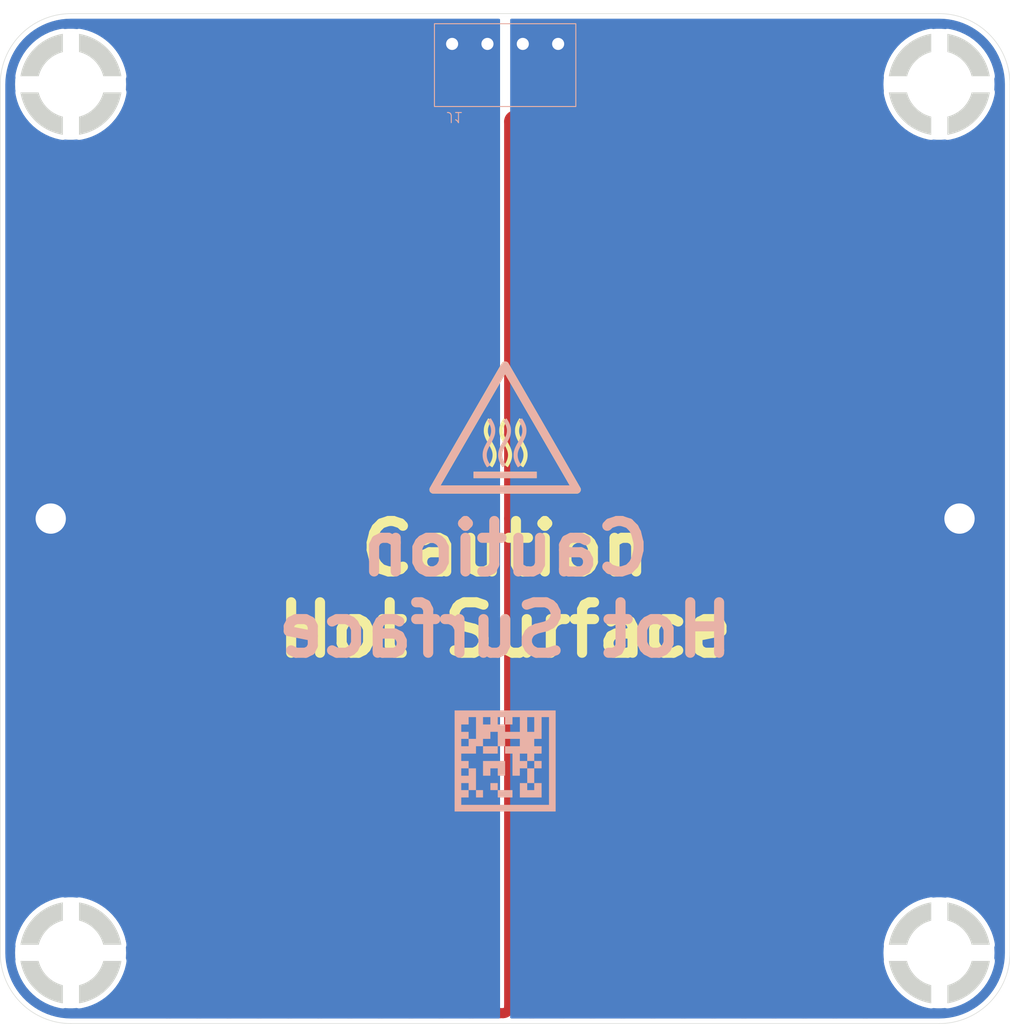
<source format=kicad_pcb>
(kicad_pcb (version 20240108) (generator "pcbnew") (generator_version "8.0")
  (title_block (title "Reflow Soldering Hot Plate") (date "2024-07-11") (rev "v1.0.0"))
  (layers (0 "F.Cu" signal) (31 "B.Cu" signal) (34 "B.Paste" user) (35 "F.Paste" user) (36 "B.SilkS" user "B.Silkscreen") (37 "F.SilkS" user "F.Silkscreen") (38 "B.Mask" user) (39 "F.Mask" user) (44 "Edge.Cuts" user))
  (net 0 "")
  (net 1 "Net-(J1-Pin_1)")
  (footprint "Custom_Symbol:Symbol_HotSurface_Triangle_15x13.1mm_SilkScreen_1" (layer "F.Cu") (at 145 77)
    (property "Reference" "REF**" (hide yes))
    (property "Value" "Symbol_HotSurface_Triangle_6.9x6mm_SilkScreen" (hide yes))
  )
  (footprint "Custom_MountingHole:MountingHole_M3_ThermallyIsolated" (layer "F.Cu") (at 188 42)
    (property "Reference" "H2" (hide yes))
    (property "Value" "MountingHole" (hide yes))
    (fp_poly (pts (arc (start -4.999999 0.8) (mid -3.580502 3.580502) (end -0.8 4.999999)) (arc (start -0.8 3.2) (mid -2.332381 2.332381) (end -3.2 0.8))) (fill solid) (layer "Edge.Cuts"))
    (fp_poly (pts (arc (start -3.187106 -0.8) (mid -2.322433 -2.324642) (end -0.8 -3.187107)) (arc (start -0.8 -4.999997) (mid -3.580239 -3.580766) (end -4.999997 -0.8))) (fill solid) (layer "Edge.Cuts"))
    (fp_poly (pts (arc (start 0.8 4.999999) (mid 3.580502 3.580502) (end 4.999999 0.8)) (arc (start 3.2 0.8) (mid 2.332381 2.332381) (end 0.8 3.2))) (fill solid) (layer "Edge.Cuts"))
    (fp_poly (pts (arc (start 3.2 -0.8) (mid 2.332381 -2.332381) (end 0.8 -3.2)) (arc (start 0.8 -4.994698) (mid 3.577097 -3.576505) (end 4.99483 -0.799173))) (fill solid) (layer "Edge.Cuts"))
    (pad "" np_thru_hole circle (at 0 0) (size 3.2 3.2) (drill 3.2) (layers "F&B.Cu" "*.Mask"))
    (zone (net 0) (net_name "") (layers "F&B.Cu") (connect_pads (clearance 0)) (min_thickness 0.25)
      (keepout (tracks not_allowed) (vias not_allowed) (pads not_allowed) (copperpour not_allowed) (footprints not_allowed))
      (fill (thermal_gap 0.5) (thermal_bridge_width 0.5))
      (polygon (pts (xy 193.466573 41.995044) (xy 193.446759 41.528611) (xy 193.387461 41.065539) (xy 193.289104 40.609165) (xy 193.152399 40.162775) (xy 192.97833 39.729587) (xy 192.768151 39.312722) (xy 192.523376 38.915183) (xy 192.24577 38.539834) (xy 191.937332 38.18938) (xy 191.600284 37.866346) (xy 191.237055 37.57306) (xy 190.850263 37.311634) (xy 190.442694 37.083952) (xy 190.017284 36.891654) (xy 189.577098 36.736127) (xy 189.125309 36.61849) (xy 188.665171 36.539592) (xy 188.2 36.5) (xy 187.733146 36.5) (xy 187.267975 36.539592) (xy 186.807837 36.61849) (xy 186.356048 36.736127) (xy 185.915862 36.891654) (xy 185.490452 37.083952) (xy 185.082883 37.311634) (xy 184.696091 37.57306) (xy 184.332862 37.866346) (xy 183.995814 38.18938) (xy 183.687376 38.539834) (xy 183.40977 38.915183) (xy 183.164995 39.312722) (xy 182.954816 39.729587) (xy 182.780747 40.162775) (xy 182.644042 40.609165) (xy 182.545685 41.065539) (xy 182.486387 41.528611) (xy 182.466573 41.995044) (xy 182.486387 42.461477) (xy 182.545685 42.924549) (xy 182.644042 43.380923) (xy 182.780747 43.827313) (xy 182.954816 44.260501) (xy 183.164995 44.677366) (xy 183.40977 45.074905) (xy 183.687376 45.450254) (xy 183.995814 45.800708) (xy 184.332862 46.123742) (xy 184.696091 46.417028) (xy 185.082883 46.678454) (xy 185.490452 46.906136) (xy 185.915862 47.098434) (xy 186.356048 47.253961) (xy 186.807837 47.371598) (xy 187.267975 47.450496) (xy 187.733146 47.490088) (xy 188.2 47.490088) (xy 188.665171 47.450496) (xy 189.125309 47.371598) (xy 189.577098 47.253961) (xy 190.017284 47.098434) (xy 190.442694 46.906136) (xy 190.850263 46.678454) (xy 191.237055 46.417028) (xy 191.600284 46.123742) (xy 191.937332 45.800708) (xy 192.24577 45.450254) (xy 192.523376 45.074905) (xy 192.768151 44.677366) (xy 192.97833 44.260501) (xy 193.152399 43.827313) (xy 193.289104 43.380923) (xy 193.387461 42.924549) (xy 193.446759 42.461477)))
    )
  )
  (footprint "Custom_MountingHole:MountingHole_M3_ThermallyIsolated" (layer "F.Cu") (at 102 128)
    (property "Reference" "H4" (hide yes))
    (property "Value" "MountingHole" (hide yes))
    (fp_poly (pts (arc (start -4.999999 0.8) (mid -3.580502 3.580502) (end -0.8 4.999999)) (arc (start -0.8 3.2) (mid -2.332381 2.332381) (end -3.2 0.8))) (fill solid) (layer "Edge.Cuts"))
    (fp_poly (pts (arc (start -3.187106 -0.8) (mid -2.322433 -2.324642) (end -0.8 -3.187107)) (arc (start -0.8 -4.999997) (mid -3.580239 -3.580766) (end -4.999997 -0.8))) (fill solid) (layer "Edge.Cuts"))
    (fp_poly (pts (arc (start 0.8 4.999999) (mid 3.580502 3.580502) (end 4.999999 0.8)) (arc (start 3.2 0.8) (mid 2.332381 2.332381) (end 0.8 3.2))) (fill solid) (layer "Edge.Cuts"))
    (fp_poly (pts (arc (start 3.2 -0.8) (mid 2.332381 -2.332381) (end 0.8 -3.2)) (arc (start 0.8 -4.994698) (mid 3.577097 -3.576505) (end 4.99483 -0.799173))) (fill solid) (layer "Edge.Cuts"))
    (pad "" np_thru_hole circle (at 0 0) (size 3.2 3.2) (drill 3.2) (layers "F&B.Cu" "*.Mask"))
    (zone (net 0) (net_name "") (layers "F&B.Cu") (connect_pads (clearance 0)) (min_thickness 0.25)
      (keepout (tracks not_allowed) (vias not_allowed) (pads not_allowed) (copperpour not_allowed) (footprints not_allowed))
      (fill (thermal_gap 0.5) (thermal_bridge_width 0.5))
      (polygon (pts (xy 107.466573 127.995044) (xy 107.446759 127.528611) (xy 107.387461 127.065539) (xy 107.289104 126.609165) (xy 107.152399 126.162775) (xy 106.97833 125.729587) (xy 106.768151 125.312722) (xy 106.523376 124.915183) (xy 106.24577 124.539834) (xy 105.937332 124.18938) (xy 105.600284 123.866346) (xy 105.237055 123.57306) (xy 104.850263 123.311634) (xy 104.442694 123.083952) (xy 104.017284 122.891654) (xy 103.577098 122.736127) (xy 103.125309 122.61849) (xy 102.665171 122.539592) (xy 102.2 122.5) (xy 101.733146 122.5) (xy 101.267975 122.539592) (xy 100.807837 122.61849) (xy 100.356048 122.736127) (xy 99.915862 122.891654) (xy 99.490452 123.083952) (xy 99.082883 123.311634) (xy 98.696091 123.57306) (xy 98.332862 123.866346) (xy 97.995814 124.18938) (xy 97.687376 124.539834) (xy 97.40977 124.915183) (xy 97.164995 125.312722) (xy 96.954816 125.729587) (xy 96.780747 126.162775) (xy 96.644042 126.609165) (xy 96.545685 127.065539) (xy 96.486387 127.528611) (xy 96.466573 127.995044) (xy 96.486387 128.461477) (xy 96.545685 128.924549) (xy 96.644042 129.380923) (xy 96.780747 129.827313) (xy 96.954816 130.260501) (xy 97.164995 130.677366) (xy 97.40977 131.074905) (xy 97.687376 131.450254) (xy 97.995814 131.800708) (xy 98.332862 132.123742) (xy 98.696091 132.417028) (xy 99.082883 132.678454) (xy 99.490452 132.906136) (xy 99.915862 133.098434) (xy 100.356048 133.253961) (xy 100.807837 133.371598) (xy 101.267975 133.450496) (xy 101.733146 133.490088) (xy 102.2 133.490088) (xy 102.665171 133.450496) (xy 103.125309 133.371598) (xy 103.577098 133.253961) (xy 104.017284 133.098434) (xy 104.442694 132.906136) (xy 104.850263 132.678454) (xy 105.237055 132.417028) (xy 105.600284 132.123742) (xy 105.937332 131.800708) (xy 106.24577 131.450254) (xy 106.523376 131.074905) (xy 106.768151 130.677366) (xy 106.97833 130.260501) (xy 107.152399 129.827313) (xy 107.289104 129.380923) (xy 107.387461 128.924549) (xy 107.446759 128.461477)))
    )
  )
  (footprint "Custom_MountingHole:MountingHole_M3_ThermallyIsolated" (layer "F.Cu") (at 102 42)
    (property "Reference" "H1" (hide yes))
    (property "Value" "MountingHole" (hide yes))
    (fp_poly (pts (arc (start -4.999999 0.8) (mid -3.580502 3.580502) (end -0.8 4.999999)) (arc (start -0.8 3.2) (mid -2.332381 2.332381) (end -3.2 0.8))) (fill solid) (layer "Edge.Cuts"))
    (fp_poly (pts (arc (start -3.187106 -0.8) (mid -2.322433 -2.324642) (end -0.8 -3.187107)) (arc (start -0.8 -4.999997) (mid -3.580239 -3.580766) (end -4.999997 -0.8))) (fill solid) (layer "Edge.Cuts"))
    (fp_poly (pts (arc (start 0.8 4.999999) (mid 3.580502 3.580502) (end 4.999999 0.8)) (arc (start 3.2 0.8) (mid 2.332381 2.332381) (end 0.8 3.2))) (fill solid) (layer "Edge.Cuts"))
    (fp_poly (pts (arc (start 3.2 -0.8) (mid 2.332381 -2.332381) (end 0.8 -3.2)) (arc (start 0.8 -4.994698) (mid 3.577097 -3.576505) (end 4.99483 -0.799173))) (fill solid) (layer "Edge.Cuts"))
    (pad "" np_thru_hole circle (at 0 0) (size 3.2 3.2) (drill 3.2) (layers "F&B.Cu" "*.Mask"))
    (zone (net 0) (net_name "") (layers "F&B.Cu") (connect_pads (clearance 0)) (min_thickness 0.25)
      (keepout (tracks not_allowed) (vias not_allowed) (pads not_allowed) (copperpour not_allowed) (footprints not_allowed))
      (fill (thermal_gap 0.5) (thermal_bridge_width 0.5))
      (polygon (pts (xy 107.466573 41.995044) (xy 107.446759 41.528611) (xy 107.387461 41.065539) (xy 107.289104 40.609165) (xy 107.152399 40.162775) (xy 106.97833 39.729587) (xy 106.768151 39.312722) (xy 106.523376 38.915183) (xy 106.24577 38.539834) (xy 105.937332 38.18938) (xy 105.600284 37.866346) (xy 105.237055 37.57306) (xy 104.850263 37.311634) (xy 104.442694 37.083952) (xy 104.017284 36.891654) (xy 103.577098 36.736127) (xy 103.125309 36.61849) (xy 102.665171 36.539592) (xy 102.2 36.5) (xy 101.733146 36.5) (xy 101.267975 36.539592) (xy 100.807837 36.61849) (xy 100.356048 36.736127) (xy 99.915862 36.891654) (xy 99.490452 37.083952) (xy 99.082883 37.311634) (xy 98.696091 37.57306) (xy 98.332862 37.866346) (xy 97.995814 38.18938) (xy 97.687376 38.539834) (xy 97.40977 38.915183) (xy 97.164995 39.312722) (xy 96.954816 39.729587) (xy 96.780747 40.162775) (xy 96.644042 40.609165) (xy 96.545685 41.065539) (xy 96.486387 41.528611) (xy 96.466573 41.995044) (xy 96.486387 42.461477) (xy 96.545685 42.924549) (xy 96.644042 43.380923) (xy 96.780747 43.827313) (xy 96.954816 44.260501) (xy 97.164995 44.677366) (xy 97.40977 45.074905) (xy 97.687376 45.450254) (xy 97.995814 45.800708) (xy 98.332862 46.123742) (xy 98.696091 46.417028) (xy 99.082883 46.678454) (xy 99.490452 46.906136) (xy 99.915862 47.098434) (xy 100.356048 47.253961) (xy 100.807837 47.371598) (xy 101.267975 47.450496) (xy 101.733146 47.490088) (xy 102.2 47.490088) (xy 102.665171 47.450496) (xy 103.125309 47.371598) (xy 103.577098 47.253961) (xy 104.017284 47.098434) (xy 104.442694 46.906136) (xy 104.850263 46.678454) (xy 105.237055 46.417028) (xy 105.600284 46.123742) (xy 105.937332 45.800708) (xy 106.24577 45.450254) (xy 106.523376 45.074905) (xy 106.768151 44.677366) (xy 106.97833 44.260501) (xy 107.152399 43.827313) (xy 107.289104 43.380923) (xy 107.387461 42.924549) (xy 107.446759 42.461477)))
    )
  )
  (footprint "Custom_MountingHole:MountingHole_M3_ThermallyIsolated" (layer "F.Cu") (at 188 128)
    (property "Reference" "H3" (hide yes))
    (property "Value" "MountingHole" (hide yes))
    (fp_poly (pts (arc (start -4.999999 0.8) (mid -3.580502 3.580502) (end -0.8 4.999999)) (arc (start -0.8 3.2) (mid -2.332381 2.332381) (end -3.2 0.8))) (fill solid) (layer "Edge.Cuts"))
    (fp_poly (pts (arc (start -3.187106 -0.8) (mid -2.322433 -2.324642) (end -0.8 -3.187107)) (arc (start -0.8 -4.999997) (mid -3.580239 -3.580766) (end -4.999997 -0.8))) (fill solid) (layer "Edge.Cuts"))
    (fp_poly (pts (arc (start 0.8 4.999999) (mid 3.580502 3.580502) (end 4.999999 0.8)) (arc (start 3.2 0.8) (mid 2.332381 2.332381) (end 0.8 3.2))) (fill solid) (layer "Edge.Cuts"))
    (fp_poly (pts (arc (start 3.2 -0.8) (mid 2.332381 -2.332381) (end 0.8 -3.2)) (arc (start 0.8 -4.994698) (mid 3.577097 -3.576505) (end 4.99483 -0.799173))) (fill solid) (layer "Edge.Cuts"))
    (pad "" np_thru_hole circle (at 0 0) (size 3.2 3.2) (drill 3.2) (layers "F&B.Cu" "*.Mask"))
    (zone (net 0) (net_name "") (layers "F&B.Cu") (connect_pads (clearance 0)) (min_thickness 0.25)
      (keepout (tracks not_allowed) (vias not_allowed) (pads not_allowed) (copperpour not_allowed) (footprints not_allowed))
      (fill (thermal_gap 0.5) (thermal_bridge_width 0.5))
      (polygon (pts (xy 193.466573 127.995044) (xy 193.446759 127.528611) (xy 193.387461 127.065539) (xy 193.289104 126.609165) (xy 193.152399 126.162775) (xy 192.97833 125.729587) (xy 192.768151 125.312722) (xy 192.523376 124.915183) (xy 192.24577 124.539834) (xy 191.937332 124.18938) (xy 191.600284 123.866346) (xy 191.237055 123.57306) (xy 190.850263 123.311634) (xy 190.442694 123.083952) (xy 190.017284 122.891654) (xy 189.577098 122.736127) (xy 189.125309 122.61849) (xy 188.665171 122.539592) (xy 188.2 122.5) (xy 187.733146 122.5) (xy 187.267975 122.539592) (xy 186.807837 122.61849) (xy 186.356048 122.736127) (xy 185.915862 122.891654) (xy 185.490452 123.083952) (xy 185.082883 123.311634) (xy 184.696091 123.57306) (xy 184.332862 123.866346) (xy 183.995814 124.18938) (xy 183.687376 124.539834) (xy 183.40977 124.915183) (xy 183.164995 125.312722) (xy 182.954816 125.729587) (xy 182.780747 126.162775) (xy 182.644042 126.609165) (xy 182.545685 127.065539) (xy 182.486387 127.528611) (xy 182.466573 127.995044) (xy 182.486387 128.461477) (xy 182.545685 128.924549) (xy 182.644042 129.380923) (xy 182.780747 129.827313) (xy 182.954816 130.260501) (xy 183.164995 130.677366) (xy 183.40977 131.074905) (xy 183.687376 131.450254) (xy 183.995814 131.800708) (xy 184.332862 132.123742) (xy 184.696091 132.417028) (xy 185.082883 132.678454) (xy 185.490452 132.906136) (xy 185.915862 133.098434) (xy 186.356048 133.253961) (xy 186.807837 133.371598) (xy 187.267975 133.450496) (xy 187.733146 133.490088) (xy 188.2 133.490088) (xy 188.665171 133.450496) (xy 189.125309 133.371598) (xy 189.577098 133.253961) (xy 190.017284 133.098434) (xy 190.442694 132.906136) (xy 190.850263 132.678454) (xy 191.237055 132.417028) (xy 191.600284 132.123742) (xy 191.937332 131.800708) (xy 192.24577 131.450254) (xy 192.523376 131.074905) (xy 192.768151 130.677366) (xy 192.97833 130.260501) (xy 193.152399 129.827313) (xy 193.289104 129.380923) (xy 193.387461 128.924549) (xy 193.446759 128.461477)))
    )
  )
  (footprint "Custom_Symbol:Symbol_HotSurface_Triangle_15x13.1mm_SilkScreen_1" (layer "B.Cu") (at 145 77 180)
    (property "Reference" "REF**" (hide yes))
    (property "Value" "Symbol_HotSurface_Triangle_6.9x6mm_SilkScreen" (hide yes))
  )
  (footprint "Custom_TerminalBlock_OnShore:TerminalBlock_OnShore_ED550_4DS" (layer "B.Cu") (at 145 38)
    (property "Reference" "J1" (at -5 7.25 180) (layer "B.SilkS") (effects (font (thickness 0.1)) (justify mirror)))
    (property "Value" "ED550/4DS")
    (pad "1" thru_hole rect (at -5.25 0) (size 2 2) (drill 1.2) (layers "*.Cu" "*.Mask") (net 1 "Net-(J1-Pin_1)"))
    (pad "2" thru_hole circle (at -1.75 0) (size 2 2) (drill 1.2) (layers "*.Cu" "*.Mask") (net 1 "Net-(J1-Pin_1)"))
    (pad "3" thru_hole circle (at 1.75 0) (size 2 2) (drill 1.2) (layers "*.Cu" "*.Mask") (net 1 "Net-(J1-Pin_1)"))
    (pad "4" thru_hole circle (at 5.25 0) (size 2 2) (drill 1.2) (layers "*.Cu" "*.Mask") (net 1 "Net-(J1-Pin_1)"))
  )
  (footprint "LOGO" (layer "B.Cu") (at 145 109 180)
    (property "Reference" "G***" (hide yes))
    (property "Value" "LOGO" (hide yes))
  )
  (gr_arc (start 102 135) (mid 97.050253 132.949747) (end 95 128) (stroke (width 0.05)) (layer "Edge.Cuts"))
  (gr_arc (start 188 35) (mid 192.949747 37.050253) (end 195 42) (stroke (width 0.05)) (layer "Edge.Cuts"))
  (gr_line (start 102 35) (end 188 35) (stroke (width 0.05)) (layer "Edge.Cuts"))
  (gr_line (start 195 42) (end 195 128) (stroke (width 0.05)) (layer "Edge.Cuts"))
  (gr_line (start 188 135) (end 102 135) (stroke (width 0.05)) (layer "Edge.Cuts"))
  (gr_arc (start 95 42) (mid 97.050253 37.050253) (end 102 35) (stroke (width 0.05)) (layer "Edge.Cuts"))
  (gr_line (start 95 128) (end 95 42) (stroke (width 0.05)) (layer "Edge.Cuts"))
  (gr_arc (start 195 128) (mid 192.949747 132.949747) (end 188 135) (stroke (width 0.05)) (layer "Edge.Cuts"))
  (gr_text "Caution\nHot Surface" (at 145 92 0) (layer "B.SilkS") (effects (font (size 5 5) (thickness 1) (bold yes)) (justify mirror)))
  (gr_text "Caution\nHot Surface" (at 145 92 0) (layer "F.SilkS") (effects (font (size 5 5) (thickness 1) (bold yes))))
  (segment (start 130.4 85) (end 130.4 133.37) (width 1) (layer "F.Cu") (net 1))
  (segment (start 148.4 45.68) (end 148.4 85) (width 1) (layer "F.Cu") (net 1))
  (segment (start 133.4 85) (end 133.4 133.37) (width 1) (layer "F.Cu") (net 1))
  (segment (start 185.3 47.53) (end 185 47.53) (width 1) (layer "F.Cu") (net 1))
  (segment (start 115.4 85) (end 115.4 133.37) (width 1) (layer "F.Cu") (net 1))
  (segment (start 153.8 133.97) (end 153.5 133.97) (width 1) (layer "F.Cu") (net 1))
  (segment (start 112.4 36.63) (end 112.4 85) (width 1) (layer "F.Cu") (net 1))
  (segment (start 175.4 85) (end 175.4 133.37) (width 1) (layer "F.Cu") (net 1))
  (segment (start 131.9 133.37) (end 131.9 85) (width 1) (layer "F.Cu") (net 1))
  (segment (start 164.9 85) (end 164.9 36.63) (width 1) (layer "F.Cu") (net 1))
  (segment (start 121.4 36.63) (end 121.4 85) (width 1) (layer "F.Cu") (net 1))
  (segment (start 168.8 133.97) (end 168.5 133.97) (width 1) (layer "F.Cu") (net 1))
  (segment (start 128.9 85) (end 128.9 36.63) (width 1) (layer "F.Cu") (net 1))
  (segment (start 170.9 85) (end 170.9 36.63) (width 1) (layer "F.Cu") (net 1))
  (segment (start 110.9 133.37) (end 110.9 85) (width 1) (layer "F.Cu") (net 1))
  (segment (start 162.8 133.97) (end 162.5 133.97) (width 1) (layer "F.Cu") (net 1))
  (segment (start 185.9 85.6) (end 185.9 48.13) (width 1) (layer "F.Cu") (net 1))
  (segment (start 116.9 133.37) (end 116.9 85) (width 1) (layer "F.Cu") (net 1))
  (segment (start 180.8 133.97) (end 180.5 133.97) (width 1) (layer "F.Cu") (net 1))
  (segment (start 131.3 36.03) (end 131 36.03) (width 1) (layer "F.Cu") (net 1))
  (segment (start 128.3 36.03) (end 128 36.03) (width 1) (layer "F.Cu") (net 1))
  (segment (start 183.8 123.42) (end 183.5 123.42) (width 1) (layer "F.Cu") (net 1))
  (segment (start 142.4 85) (end 142.4 133.37) (width 1) (layer "F.Cu") (net 1))
  (segment (start 185.9 121.42) (end 185.9 85.6) (width 1) (layer "F.Cu") (net 1))
  (segment (start 164.9 133.37) (end 164.9 85) (width 1) (layer "F.Cu") (net 1))
  (segment (start 103.4 48.38) (end 103.4 85) (width 1) (layer "F.Cu") (net 1))
  (segment (start 172.4 36.63) (end 172.4 85) (width 1) (layer "F.Cu") (net 1))
  (segment (start 151.4 45.68) (end 151.4 85) (width 1) (layer "F.Cu") (net 1))
  (segment (start 124.4 36.63) (end 124.4 85) (width 1) (layer "F.Cu") (net 1))
  (segment (start 157.4 85) (end 157.4 133.37) (width 1) (layer "F.Cu") (net 1))
  (segment (start 152.3 45.08) (end 152 45.08) (width 1) (layer "F.Cu") (net 1))
  (segment (start 172.4 85) (end 172.4 133.37) (width 1) (layer "F.Cu") (net 1))
  (segment (start 136.4 45.68) (end 136.4 85) (width 1) (layer "F.Cu") (net 1))
  (segment (start 122.9 85) (end 122.9 36.63) (width 1) (layer "F.Cu") (net 1))
  (segment (start 148.4 85) (end 148.4 133.37) (width 1) (layer "F.Cu") (net 1))
  (segment (start 101.9 121.37) (end 101.9 85.6) (width 1) (layer "F.Cu") (net 1))
  (segment (start 124.4 85) (end 124.4 133.37) (width 1) (layer "F.Cu") (net 1))
  (segment (start 133.4 36.63) (end 133.4 85) (width 1) (layer "F.Cu") (net 1))
  (segment (start 111.8 133.97) (end 111.5 133.97) (width 1) (layer "F.Cu") (net 1))
  (segment (start 182.9 85) (end 182.9 45.48) (width 1) (layer "F.Cu") (net 1))
  (segment (start 149.9 85) (end 149.9 45.68) (width 1) (layer "F.Cu") (net 1))
  (segment (start 143.9 85) (end 143.9 45.68) (width 1) (layer "F.Cu") (net 1))
  (segment (start 190 85) (end 188 85) (width 1) (layer "F.Cu") (net 1))
  (segment (start 109.4 85) (end 109.4 126.52) (width 1) (layer "F.Cu") (net 1))
  (segment (start 115.4 36.63) (end 115.4 85) (width 1) (layer "F.Cu") (net 1))
  (segment (start 104.3 47.78) (end 104 47.78) (width 1) (layer "F.Cu") (net 1))
  (segment (start 155.9 85) (end 155.9 36.63) (width 1) (layer "F.Cu") (net 1))
  (segment (start 169.4 36.63) (end 169.4 85) (width 1) (layer "F.Cu") (net 1))
  (segment (start 105.8 122.92) (end 105.5 122.92) (width 1) (layer "F.Cu") (net 1))
  (segment (start 125.3 36.03) (end 125 36.03) (width 1) (layer "F.Cu") (net 1))
  (segment (start 127.4 36.63) (end 127.4 85) (width 1) (layer "F.Cu") (net 1))
  (segment (start 164.3 36.03) (end 164 36.03) (width 1) (layer "F.Cu") (net 1))
  (segment (start 179.9 85) (end 179.9 36.63) (width 1) (layer "F.Cu") (net 1))
  (segment (start 140.9 133.37) (end 140.9 85) (width 1) (layer "F.Cu") (net 1))
  (segment (start 152.9 133.37) (end 152.9 85) (width 1) (layer "F.Cu") (net 1))
  (segment (start 127.4 85) (end 127.4 133.37) (width 1) (layer "F.Cu") (net 1))
  (segment (start 104.9 85) (end 104.9 48.38) (width 1) (layer "F.Cu") (net 1))
  (segment (start 137.9 133.37) (end 137.9 85) (width 1) (layer "F.Cu") (net 1))
  (segment (start 120.8 133.97) (end 120.5 133.97) (width 1) (layer "F.Cu") (net 1))
  (segment (start 146.9 85) (end 146.9 45.68) (width 1) (layer "F.Cu") (net 1))
  (segment (start 110.9 85) (end 110.9 36.63) (width 1) (layer "F.Cu") (net 1))
  (segment (start 161.3 36.03) (end 161 36.03) (width 1) (layer "F.Cu") (net 1))
  (segment (start 139.4 85) (end 139.4 133.37) (width 1) (layer "F.Cu") (net 1))
  (segment (start 119.9 85) (end 119.9 36.63) (width 1) (layer "F.Cu") (net 1))
  (segment (start 136.4 85) (end 136.4 133.37) (width 1) (layer "F.Cu") (net 1))
  (segment (start 134.3 36.03) (end 134 36.03) (width 1) (layer "F.Cu") (net 1))
  (segment (start 184.4 85) (end 184.4 122.82) (width 1) (layer "F.Cu") (net 1))
  (segment (start 181.4 45.48) (end 181.4 85) (width 1) (layer "F.Cu") (net 1))
  (segment (start 157.4 36.63) (end 157.4 85) (width 1) (layer "F.Cu") (net 1))
  (segment (start 155.3 36.03) (end 155 36.03) (width 1) (layer "F.Cu") (net 1))
  (segment (start 116.3 36.03) (end 116 36.03) (width 1) (layer "F.Cu") (net 1))
  (segment (start 149.9 133.37) (end 149.9 85) (width 1) (layer "F.Cu") (net 1))
  (segment (start 151.4 85) (end 151.4 133.37) (width 1) (layer "F.Cu") (net 1))
  (segment (start 145.4 45.68) (end 145.4 85) (width 1) (layer "F.Cu") (net 1))
  (segment (start 143.3 45.08) (end 143 45.08) (width 1) (layer "F.Cu") (net 1))
  (segment (start 101.3 85) (end 101 85) (width 1) (layer "F.Cu") (net 1))
  (segment (start 108.8 127.12) (end 108.5 127.12) (width 1) (layer "F.Cu") (net 1))
  (segment (start 107.9 85) (end 107.9 46.43) (width 1) (layer "F.Cu") (net 1))
  (segment (start 137.9 85) (end 137.9 45.68) (width 1) (layer "F.Cu") (net 1))
  (segment (start 106.4 85) (end 106.4 122.32) (width 1) (layer "F.Cu") (net 1))
  (segment (start 175.4 36.63) (end 175.4 85) (width 1) (layer "F.Cu") (net 1))
  (segment (start 106.4 46.43) (end 106.4 85) (width 1) (layer "F.Cu") (net 1))
  (segment (start 103.4 85) (end 103.4 121.37) (width 1) (layer "F.Cu") (net 1))
  (segment (start 123.8 133.97) (end 123.5 133.97) (width 1) (layer "F.Cu") (net 1))
  (segment (start 107.9 126.52) (end 107.9 85) (width 1) (layer "F.Cu") (net 1))
  (segment (start 112.4 85) (end 112.4 133.37) (width 1) (layer "F.Cu") (net 1))
  (segment (start 146.3 45.08) (end 146 45.08) (width 1) (layer "F.Cu") (net 1))
  (segment (start 102.8 121.97) (end 102.5 121.97) (width 1) (layer "F.Cu") (net 1))
  (segment (start 186.8 122.02) (end 186.5 122.02) (width 1) (layer "F.Cu") (net 1))
  (segment (start 170.3 36.03) (end 170 36.03) (width 1) (layer "F.Cu") (net 1))
  (segment (start 131.9 85) (end 131.9 36.63) (width 1) (layer "F.Cu") (net 1))
  (segment (start 126.8 133.97) (end 126.5 133.97) (width 1) (layer "F.Cu") (net 1))
  (segment (start 167.9 133.37) (end 167.9 85) (width 1) (layer "F.Cu") (net 1))
  (segment (start 140.3 45.08) (end 140 45.08) (width 1) (layer "F.Cu") (net 1))
  (segment (start 134.9 133.37) (end 134.9 85) (width 1) (layer "F.Cu") (net 1))
  (segment (start 135.8 133.97) (end 135.5 133.97) (width 1) (layer "F.Cu") (net 1))
  (segment (start 141.8 133.97) (end 141.5 133.97) (width 1) (layer "F.Cu") (net 1))
  (segment (start 109.4 36.63) (end 109.4 85) (width 1) (layer "F.Cu") (net 1))
  (segment (start 156.8 133.97) (end 156.5 133.97) (width 1) (layer "F.Cu") (net 1))
  (segment (start 158.3 36.03) (end 158 36.03) (width 1) (layer "F.Cu") (net 1))
  (segment (start 113.9 85) (end 113.9 36.63) (width 1) (layer "F.Cu") (net 1))
  (segment (start 160.4 85) (end 160.4 133.37) (width 1) (layer "F.Cu") (net 1))
  (segment (start 152.9 85) (end 152.9 45.68) (width 1) (layer "F.Cu") (net 1))
  (segment (start 173.9 133.37) (end 173.9 85) (width 1) (layer "F.Cu") (net 1))
  (segment (start 146.9 133.37) (end 146.9 85) (width 1) (layer "F.Cu") (net 1))
  (segment (start 125.9 133.37) (end 125.9 85) (width 1) (layer "F.Cu") (net 1))
  (segment (start 113.9 133.37) (end 113.9 85) (width 1) (layer "F.Cu") (net 1))
  (segment (start 179.9 133.37) (end 179.9 85) (width 1) (layer "F.Cu") (net 1))
  (segment (start 104.9 122.32) (end 104.9 85) (width 1) (layer "F.Cu") (net 1))
  (segment (start 179.3 36.03) (end 179 36.03) (width 1) (layer "F.Cu") (net 1))
  (segment (start 139.4 45.68) (end 139.4 85) (width 1) (layer "F.Cu") (net 1))
  (segment (start 173.9 85) (end 173.9 36.63) (width 1) (layer "F.Cu") (net 1))
  (segment (start 122.9 133.37) (end 122.9 85) (width 1) (layer "F.Cu") (net 1))
  (segment (start 144.8 133.97) (end 144.5 133.97) (width 1) (layer "F.Cu") (net 1))
  (segment (start 117.8 133.97) (end 117.5 133.97) (width 1) (layer "F.Cu") (net 1))
  (segment (start 154.4 36.63) (end 154.4 85) (width 1) (layer "F.Cu") (net 1))
  (segment (start 178.4 36.63) (end 178.4 85) (width 1) (layer "F.Cu") (net 1))
  (segment (start 113.3 36.03) (end 113 36.03) (width 1) (layer "F.Cu") (net 1))
  (segment (start 184.4 48.13) (end 184.4 85) (width 1) (layer "F.Cu") (net 1))
  (segment (start 143.9 133.37) (end 143.9 85) (width 1) (layer "F.Cu") (net 1))
  (segment (start 158.9 133.37) (end 158.9 85) (width 1) (layer "F.Cu") (net 1))
  (segment (start 174.8 133.97) (end 174.5 133.97) (width 1) (layer "F.Cu") (net 1))
  (segment (start 181.4 85) (end 181.4 133.37) (width 1) (layer "F.Cu") (net 1))
  (segment (start 142.4 45.68) (end 142.4 85) (width 1) (layer "F.Cu") (net 1))
  (segment (start 176.3 36.03) (end 176 36.03) (width 1) (layer "F.Cu") (net 1))
  (segment (start 182.3 44.88) (end 182 44.88) (width 1) (layer "F.Cu") (net 1))
  (segment (start 163.4 85) (end 163.4 133.37) (width 1) (layer "F.Cu") (net 1))
  (segment (start 173.3 36.03) (end 173 36.03) (width 1) (layer "F.Cu") (net 1))
  (segment (start 125.9 85) (end 125.9 36.63) (width 1) (layer "F.Cu") (net 1))
  (segment (start 160.4 36.63) (end 160.4 85) (width 1) (layer "F.Cu") (net 1))
  (segment (start 118.4 36.63) (end 118.4 85) (width 1) (layer "F.Cu") (net 1))
  (segment (start 119.3 36.03) (end 119 36.03) (width 1) (layer "F.Cu") (net 1))
  (segment (start 140.9 85) (end 140.9 45.68) (width 1) (layer "F.Cu") (net 1))
  (segment (start 116.9 85) (end 116.9 36.63) (width 1) (layer "F.Cu") (net 1))
  (segment (start 176.9 133.37) (end 176.9 85) (width 1) (layer "F.Cu") (net 1))
  (segment (start 101 85) (end 100 85) (width 1) (layer "F.Cu") (net 1))
  (segment (start 161.9 133.37) (end 161.9 85) (width 1) (layer "F.Cu") (net 1))
  (segment (start 170.9 133.37) (end 170.9 85) (width 1) (layer "F.Cu") (net 1))
  (segment (start 128.9 133.37) (end 128.9 85) (width 1) (layer "F.Cu") (net 1))
  (segment (start 159.8 133.97) (end 159.5 133.97) (width 1) (layer "F.Cu") (net 1))
  (segment (start 121.4 85) (end 121.4 133.37) (width 1) (layer "F.Cu") (net 1))
  (segment (start 145.4 85) (end 145.4 133.37) (width 1) (layer "F.Cu") (net 1))
  (segment (start 171.8 133.97) (end 171.5 133.97) (width 1) (layer "F.Cu") (net 1))
  (segment (start 158.9 85) (end 158.9 36.63) (width 1) (layer "F.Cu") (net 1))
  (segment (start 178.4 85) (end 178.4 133.37) (width 1) (layer "F.Cu") (net 1))
  (segment (start 118.4 85) (end 118.4 133.37) (width 1) (layer "F.Cu") (net 1))
  (segment (start 161.9 85) (end 161.9 36.63) (width 1) (layer "F.Cu") (net 1))
  (segment (start 130.4 36.63) (end 130.4 85) (width 1) (layer "F.Cu") (net 1))
  (segment (start 149.3 45.08) (end 149 45.08) (width 1) (layer "F.Cu") (net 1))
  (segment (start 187.4 85.6) (end 187.4 121.42) (width 1) (layer "F.Cu") (net 1))
  (segment (start 165.8 133.97) (end 165.5 133.97) (width 1) (layer "F.Cu") (net 1))
  (segment (start 107.3 45.83) (end 107 45.83) (width 1) (layer "F.Cu") (net 1))
  (segment (start 150.8 133.97) (end 150.5 133.97) (width 1) (layer "F.Cu") (net 1))
  (segment (start 167.9 85) (end 167.9 36.63) (width 1) (layer "F.Cu") (net 1))
  (segment (start 110.3 36.03) (end 110 36.03) (width 1) (layer "F.Cu") (net 1))
  (segment (start 122.3 36.03) (end 122 36.03) (width 1) (layer "F.Cu") (net 1))
  (segment (start 114.8 133.97) (end 114.5 133.97) (width 1) (layer "F.Cu") (net 1))
  (segment (start 155.9 133.37) (end 155.9 85) (width 1) (layer "F.Cu") (net 1))
  (segment (start 147.8 133.97) (end 147.5 133.97) (width 1) (layer "F.Cu") (net 1))
  (segment (start 138.8 133.97) (end 138.5 133.97) (width 1) (layer "F.Cu") (net 1))
  (segment (start 176.9 85) (end 176.9 36.63) (width 1) (layer "F.Cu") (net 1))
  (segment (start 154.4 85) (end 154.4 133.37) (width 1) (layer "F.Cu") (net 1))
  (segment (start 182.9 122.82) (end 182.9 85) (width 1) (layer "F.Cu") (net 1))
  (segment (start 137.3 45.08) (end 137 45.08) (width 1) (layer "F.Cu") (net 1))
  (segment (start 167.3 36.03) (end 167 36.03) (width 1) (layer "F.Cu") (net 1))
  (segment (start 132.8 133.97) (end 132.5 133.97) (width 1) (layer "F.Cu") (net 1))
  (segment (start 169.4 85) (end 169.4 133.37) (width 1) (layer "F.Cu") (net 1))
  (segment (start 166.4 85) (end 166.4 133.37) (width 1) (layer "F.Cu") (net 1))
  (segment (start 119.9 133.37) (end 119.9 85) (width 1) (layer "F.Cu") (net 1))
  (segment (start 163.4 36.63) (end 163.4 85) (width 1) (layer "F.Cu") (net 1))
  (segment (start 134.9 85) (end 134.9 36.63) (width 1) (layer "F.Cu") (net 1))
  (segment (start 166.4 36.63) (end 166.4 85) (width 1) (layer "F.Cu") (net 1))
  (segment (start 129.8 133.97) (end 129.5 133.97) (width 1) (layer "F.Cu") (net 1))
  (segment (start 177.8 133.97) (end 177.5 133.97) (width 1) (layer "F.Cu") (net 1))
  (via (at 100 85) (size 5) (drill 3) (layers "F.Cu" "B.Cu") (net 1))
  (via (at 190 85) (size 5) (drill 3) (layers "F.Cu" "B.Cu") (net 1))
  (arc (start 138.5 133.97) (mid 138.075736 133.794264) (end 137.9 133.37) (width 1) (layer "F.Cu") (net 1))
  (arc (start 104.9 48.38) (mid 104.724264 47.955736) (end 104.3 47.78) (width 1) (layer "F.Cu") (net 1))
  (arc (start 124.4 133.37) (mid 124.224264 133.794264) (end 123.8 133.97) (width 1) (layer "F.Cu") (net 1))
  (arc (start 107 45.83) (mid 106.575736 46.005736) (end 106.4 46.43) (width 1) (layer "F.Cu") (net 1))
  (arc (start 144.5 133.97) (mid 144.075736 133.794264) (end 143.9 133.37) (width 1) (layer "F.Cu") (net 1))
  (arc (start 147.5 133.97) (mid 147.075736 133.794264) (end 146.9 133.37) (width 1) (layer "F.Cu") (net 1))
  (arc (start 125.9 36.63) (mid 125.724264 36.205736) (end 125.3 36.03) (width 1) (layer "F.Cu") (net 1))
  (arc (start 176 36.03) (mid 175.575736 36.205736) (end 175.4 36.63) (width 1) (layer "F.Cu") (net 1))
  (arc (start 182.9 45.48) (mid 182.724264 45.055736) (end 182.3 44.88) (width 1) (layer "F.Cu") (net 1))
  (arc (start 111.5 133.97) (mid 111.075736 133.794264) (end 110.9 133.37) (width 1) (layer "F.Cu") (net 1))
  (arc (start 133.4 133.37) (mid 133.224264 133.794264) (end 132.8 133.97) (width 1) (layer "F.Cu") (net 1))
  (arc (start 139.4 133.37) (mid 139.224264 133.794264) (end 138.8 133.97) (width 1) (layer "F.Cu") (net 1))
  (arc (start 120.5 133.97) (mid 120.075736 133.794264) (end 119.9 133.37) (width 1) (layer "F.Cu") (net 1))
  (arc (start 115.4 133.37) (mid 115.224264 133.794264) (end 114.8 133.97) (width 1) (layer "F.Cu") (net 1))
  (arc (start 101.9 85.6) (mid 101.724264 85.175736) (end 101.3 85) (width 1) (layer "F.Cu") (net 1))
  (arc (start 170 36.03) (mid 169.575736 36.205736) (end 169.4 36.63) (width 1) (layer "F.Cu") (net 1))
  (arc (start 123.5 133.97) (mid 123.075736 133.794264) (end 122.9 133.37) (width 1) (layer "F.Cu") (net 1))
  (arc (start 134.9 36.63) (mid 134.724264 36.205736) (end 134.3 36.03) (width 1) (layer "F.Cu") (net 1))
  (arc (start 116.9 36.63) (mid 116.724264 36.205736) (end 116.3 36.03) (width 1) (layer "F.Cu") (net 1))
  (arc (start 131 36.03) (mid 130.575736 36.205736) (end 130.4 36.63) (width 1) (layer "F.Cu") (net 1))
  (arc (start 146.9 45.68) (mid 146.724264 45.255736) (end 146.3 45.08) (width 1) (layer "F.Cu") (net 1))
  (arc (start 180.5 133.97) (mid 180.075736 133.794264) (end 179.9 133.37) (width 1) (layer "F.Cu") (net 1))
  (arc (start 188 85) (mid 187.575736 85.175736) (end 187.4 85.6) (width 1) (layer "F.Cu") (net 1))
  (arc (start 128.9 36.63) (mid 128.724264 36.205736) (end 128.3 36.03) (width 1) (layer "F.Cu") (net 1))
  (arc (start 118.4 133.37) (mid 118.224264 133.794264) (end 117.8 133.97) (width 1) (layer "F.Cu") (net 1))
  (arc (start 117.5 133.97) (mid 117.075736 133.794264) (end 116.9 133.37) (width 1) (layer "F.Cu") (net 1))
  (arc (start 136.4 133.37) (mid 136.224264 133.794264) (end 135.8 133.97) (width 1) (layer "F.Cu") (net 1))
  (arc (start 142.4 133.37) (mid 142.224264 133.794264) (end 141.8 133.97) (width 1) (layer "F.Cu") (net 1))
  (arc (start 182 44.88) (mid 181.575736 45.055736) (end 181.4 45.48) (width 1) (layer "F.Cu") (net 1))
  (arc (start 126.5 133.97) (mid 126.075736 133.794264) (end 125.9 133.37) (width 1) (layer "F.Cu") (net 1))
  (arc (start 185.9 48.13) (mid 185.724264 47.705736) (end 185.3 47.53) (width 1) (layer "F.Cu") (net 1))
  (arc (start 174.5 133.97) (mid 174.075736 133.794264) (end 173.9 133.37) (width 1) (layer "F.Cu") (net 1))
  (arc (start 109.4 126.52) (mid 109.224264 126.944264) (end 108.8 127.12) (width 1) (layer "F.Cu") (net 1))
  (arc (start 163.4 133.37) (mid 163.224264 133.794264) (end 162.8 133.97) (width 1) (layer "F.Cu") (net 1))
  (arc (start 106.4 122.32) (mid 106.224264 122.744264) (end 105.8 122.92) (width 1) (layer "F.Cu") (net 1))
  (arc (start 104 47.78) (mid 103.575736 47.955736) (end 103.4 48.38) (width 1) (layer "F.Cu") (net 1))
  (arc (start 155.9 36.63) (mid 155.724264 36.205736) (end 155.3 36.03) (width 1) (layer "F.Cu") (net 1))
  (arc (start 119.9 36.63) (mid 119.724264 36.205736) (end 119.3 36.03) (width 1) (layer "F.Cu") (net 1))
  (arc (start 145.4 133.37) (mid 145.224264 133.794264) (end 144.8 133.97) (width 1) (layer "F.Cu") (net 1))
  (arc (start 125 36.03) (mid 124.575736 36.205736) (end 124.4 36.63) (width 1) (layer "F.Cu") (net 1))
  (arc (start 178.4 133.37) (mid 178.224264 133.794264) (end 177.8 133.97) (width 1) (layer "F.Cu") (net 1))
  (arc (start 114.5 133.97) (mid 114.075736 133.794264) (end 113.9 133.37) (width 1) (layer "F.Cu") (net 1))
  (arc (start 135.5 133.97) (mid 135.075736 133.794264) (end 134.9 133.37) (width 1) (layer "F.Cu") (net 1))
  (arc (start 168.5 133.97) (mid 168.075736 133.794264) (end 167.9 133.37) (width 1) (layer "F.Cu") (net 1))
  (arc (start 158.9 36.63) (mid 158.724264 36.205736) (end 158.3 36.03) (width 1) (layer "F.Cu") (net 1))
  (arc (start 149 45.08) (mid 148.575736 45.255736) (end 148.4 45.68) (width 1) (layer "F.Cu") (net 1))
  (arc (start 146 45.08) (mid 145.575736 45.255736) (end 145.4 45.68) (width 1) (layer "F.Cu") (net 1))
  (arc (start 119 36.03) (mid 118.575736 36.205736) (end 118.4 36.63) (width 1) (layer "F.Cu") (net 1))
  (arc (start 181.4 133.37) (mid 181.224264 133.794264) (end 180.8 133.97) (width 1) (layer "F.Cu") (net 1))
  (arc (start 130.4 133.37) (mid 130.224264 133.794264) (end 129.8 133.97) (width 1) (layer "F.Cu") (net 1))
  (arc (start 140.9 45.68) (mid 140.724264 45.255736) (end 140.3 45.08) (width 1) (layer "F.Cu") (net 1))
  (arc (start 129.5 133.97) (mid 129.075736 133.794264) (end 128.9 133.37) (width 1) (layer "F.Cu") (net 1))
  (arc (start 154.4 133.37) (mid 154.224264 133.794264) (end 153.8 133.97) (width 1) (layer "F.Cu") (net 1))
  (arc (start 116 36.03) (mid 115.575736 36.205736) (end 115.4 36.63) (width 1) (layer "F.Cu") (net 1))
  (arc (start 179.9 36.63) (mid 179.724264 36.205736) (end 179.3 36.03) (width 1) (layer "F.Cu") (net 1))
  (arc (start 127.4 133.37) (mid 127.224264 133.794264) (end 126.8 133.97) (width 1) (layer "F.Cu") (net 1))
  (arc (start 165.5 133.97) (mid 165.075736 133.794264) (end 164.9 133.37) (width 1) (layer "F.Cu") (net 1))
  (arc (start 158 36.03) (mid 157.575736 36.205736) (end 157.4 36.63) (width 1) (layer "F.Cu") (net 1))
  (arc (start 143.9 45.68) (mid 143.724264 45.255736) (end 143.3 45.08) (width 1) (layer "F.Cu") (net 1))
  (arc (start 157.4 133.37) (mid 157.224264 133.794264) (end 156.8 133.97) (width 1) (layer "F.Cu") (net 1))
  (arc (start 122.9 36.63) (mid 122.724264 36.205736) (end 122.3 36.03) (width 1) (layer "F.Cu") (net 1))
  (arc (start 110.9 36.63) (mid 110.724264 36.205736) (end 110.3 36.03) (width 1) (layer "F.Cu") (net 1))
  (arc (start 183.5 123.42) (mid 183.075736 123.244264) (end 182.9 122.82) (width 1) (layer "F.Cu") (net 1))
  (arc (start 164.9 36.63) (mid 164.724264 36.205736) (end 164.3 36.03) (width 1) (layer "F.Cu") (net 1))
  (arc (start 160.4 133.37) (mid 160.224264 133.794264) (end 159.8 133.97) (width 1) (layer "F.Cu") (net 1))
  (arc (start 112.4 133.37) (mid 112.224264 133.794264) (end 111.8 133.97) (width 1) (layer "F.Cu") (net 1))
  (arc (start 103.4 121.37) (mid 103.224264 121.794264) (end 102.8 121.97) (width 1) (layer "F.Cu") (net 1))
  (arc (start 143 45.08) (mid 142.575736 45.255736) (end 142.4 45.68) (width 1) (layer "F.Cu") (net 1))
  (arc (start 108.5 127.12) (mid 108.075736 126.944264) (end 107.9 126.52) (width 1) (layer "F.Cu") (net 1))
  (arc (start 169.4 133.37) (mid 169.224264 133.794264) (end 168.8 133.97) (width 1) (layer "F.Cu") (net 1))
  (arc (start 107.9 46.43) (mid 107.724264 46.005736) (end 107.3 45.83) (width 1) (layer "F.Cu") (net 1))
  (arc (start 132.5 133.97) (mid 132.075736 133.794264) (end 131.9 133.37) (width 1) (layer "F.Cu") (net 1))
  (arc (start 152.9 45.68) (mid 152.724264 45.255736) (end 152.3 45.08) (width 1) (layer "F.Cu") (net 1))
  (arc (start 187.4 121.42) (mid 187.224264 121.844264) (end 186.8 122.02) (width 1) (layer "F.Cu") (net 1))
  (arc (start 177.5 133.97) (mid 177.075736 133.794264) (end 176.9 133.37) (width 1) (layer "F.Cu") (net 1))
  (arc (start 164 36.03) (mid 163.575736 36.205736) (end 163.4 36.63) (width 1) (layer "F.Cu") (net 1))
  (arc (start 131.9 36.63) (mid 131.724264 36.205736) (end 131.3 36.03) (width 1) (layer "F.Cu") (net 1))
  (arc (start 113.9 36.63) (mid 113.724264 36.205736) (end 113.3 36.03) (width 1) (layer "F.Cu") (net 1))
  (arc (start 159.5 133.97) (mid 159.075736 133.794264) (end 158.9 133.37) (width 1) (layer "F.Cu") (net 1))
  (arc (start 105.5 122.92) (mid 105.075736 122.744264) (end 104.9 122.32) (width 1) (layer "F.Cu") (net 1))
  (arc (start 102.5 121.97) (mid 102.075736 121.794264) (end 101.9 121.37) (width 1) (layer "F.Cu") (net 1))
  (arc (start 137.9 45.68) (mid 137.724264 45.255736) (end 137.3 45.08) (width 1) (layer "F.Cu") (net 1))
  (arc (start 121.4 133.37) (mid 121.224264 133.794264) (end 120.8 133.97) (width 1) (layer "F.Cu") (net 1))
  (arc (start 186.5 122.02) (mid 186.075736 121.844264) (end 185.9 121.42) (width 1) (layer "F.Cu") (net 1))
  (arc (start 137 45.08) (mid 136.575736 45.255736) (end 136.4 45.68) (width 1) (layer "F.Cu") (net 1))
  (arc (start 170.9 36.63) (mid 170.724264 36.205736) (end 170.3 36.03) (width 1) (layer "F.Cu") (net 1))
  (arc (start 172.4 133.37) (mid 172.224264 133.794264) (end 171.8 133.97) (width 1) (layer "F.Cu") (net 1))
  (arc (start 166.4 133.37) (mid 166.224264 133.794264) (end 165.8 133.97) (width 1) (layer "F.Cu") (net 1))
  (arc (start 149.9 45.68) (mid 149.724264 45.255736) (end 149.3 45.08) (width 1) (layer "F.Cu") (net 1))
  (arc (start 155 36.03) (mid 154.575736 36.205736) (end 154.4 36.63) (width 1) (layer "F.Cu") (net 1))
  (arc (start 151.4 133.37) (mid 151.224264 133.794264) (end 150.8 133.97) (width 1) (layer "F.Cu") (net 1))
  (arc (start 152 45.08) (mid 151.575736 45.255736) (end 151.4 45.68) (width 1) (layer "F.Cu") (net 1))
  (arc (start 175.4 133.37) (mid 175.224264 133.794264) (end 174.8 133.97) (width 1) (layer "F.Cu") (net 1))
  (arc (start 184.4 122.82) (mid 184.224264 123.244264) (end 183.8 123.42) (width 1) (layer "F.Cu") (net 1))
  (arc (start 122 36.03) (mid 121.575736 36.205736) (end 121.4 36.63) (width 1) (layer "F.Cu") (net 1))
  (arc (start 141.5 133.97) (mid 141.075736 133.794264) (end 140.9 133.37) (width 1) (layer "F.Cu") (net 1))
  (arc (start 167.9 36.63) (mid 167.724264 36.205736) (end 167.3 36.03) (width 1) (layer "F.Cu") (net 1))
  (arc (start 179 36.03) (mid 178.575736 36.205736) (end 178.4 36.63) (width 1) (layer "F.Cu") (net 1))
  (arc (start 110 36.03) (mid 109.575736 36.205736) (end 109.4 36.63) (width 1) (layer "F.Cu") (net 1))
  (arc (start 148.4 133.37) (mid 148.224264 133.794264) (end 147.8 133.97) (width 1) (layer "F.Cu") (net 1))
  (arc (start 167 36.03) (mid 166.575736 36.205736) (end 166.4 36.63) (width 1) (layer "F.Cu") (net 1))
  (arc (start 173 36.03) (mid 172.575736 36.205736) (end 172.4 36.63) (width 1) (layer "F.Cu") (net 1))
  (arc (start 173.9 36.63) (mid 173.724264 36.205736) (end 173.3 36.03) (width 1) (layer "F.Cu") (net 1))
  (arc (start 176.9 36.63) (mid 176.724264 36.205736) (end 176.3 36.03) (width 1) (layer "F.Cu") (net 1))
  (arc (start 128 36.03) (mid 127.575736 36.205736) (end 127.4 36.63) (width 1) (layer "F.Cu") (net 1))
  (arc (start 161 36.03) (mid 160.575736 36.205736) (end 160.4 36.63) (width 1) (layer "F.Cu") (net 1))
  (arc (start 134 36.03) (mid 133.575736 36.205736) (end 133.4 36.63) (width 1) (layer "F.Cu") (net 1))
  (arc (start 162.5 133.97) (mid 162.075736 133.794264) (end 161.9 133.37) (width 1) (layer "F.Cu") (net 1))
  (arc (start 161.9 36.63) (mid 161.724264 36.205736) (end 161.3 36.03) (width 1) (layer "F.Cu") (net 1))
  (arc (start 153.5 133.97) (mid 153.075736 133.794264) (end 152.9 133.37) (width 1) (layer "F.Cu") (net 1))
  (arc (start 140 45.08) (mid 139.575736 45.255736) (end 139.4 45.68) (width 1) (layer "F.Cu") (net 1))
  (arc (start 185 47.53) (mid 184.575736 47.705736) (end 184.4 48.13) (width 1) (layer "F.Cu") (net 1))
  (arc (start 171.5 133.97) (mid 171.075736 133.794264) (end 170.9 133.37) (width 1) (layer "F.Cu") (net 1))
  (arc (start 113 36.03) (mid 112.575736 36.205736) (end 112.4 36.63) (width 1) (layer "F.Cu") (net 1))
  (arc (start 150.5 133.97) (mid 150.075736 133.794264) (end 149.9 133.37) (width 1) (layer "F.Cu") (net 1))
  (arc (start 156.5 133.97) (mid 156.075736 133.794264) (end 155.9 133.37) (width 1) (layer "F.Cu") (net 1))
  (zone (net 1) (net_name "Net-(J1-Pin_1)") (layer "B.Cu") (connect_pads yes (clearance 0.5)) (min_thickness 0.25) (fill yes (thermal_gap 0.5) (thermal_bridge_width 0.5))
    (polygon (pts (xy 95 35) (xy 144.5 35) (xy 144.5 135) (xy 95 135)))
  )
  (zone (net 1) (net_name "Net-(J1-Pin_1)") (layer "B.Cu") (connect_pads yes (clearance 0.5)) (min_thickness 0.25) (fill yes (thermal_gap 0.5) (thermal_bridge_width 0.5))
    (polygon (pts (xy 145.5 35) (xy 195 35) (xy 195 135) (xy 145.5 135)))
  )
)
</source>
